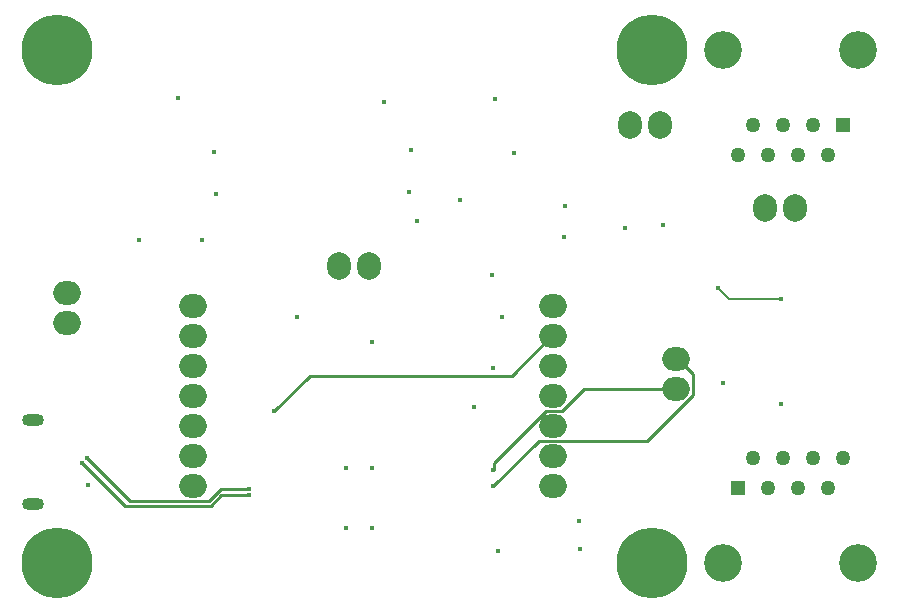
<source format=gbl>
G04*
G04 #@! TF.GenerationSoftware,Altium Limited,Altium Designer,24.1.2 (44)*
G04*
G04 Layer_Physical_Order=4*
G04 Layer_Color=16711680*
%FSLAX44Y44*%
%MOMM*%
G71*
G04*
G04 #@! TF.SameCoordinates,CB13D785-5938-4027-9B75-91E117B44D59*
G04*
G04*
G04 #@! TF.FilePolarity,Positive*
G04*
G01*
G75*
%ADD14C,0.2540*%
%ADD48C,0.1482*%
%ADD49O,1.8500X1.0500*%
%ADD50C,6.0000*%
%ADD51O,2.3500X2.0000*%
%ADD52R,1.2680X1.2680*%
%ADD53C,1.2680*%
%ADD54C,3.2000*%
%ADD55O,2.0000X2.3500*%
%ADD56C,0.4500*%
D14*
X176143Y99805D02*
X199390D01*
X165398Y89060D02*
X176143Y99805D01*
X98900Y89060D02*
X165398D01*
X62230Y125730D02*
X98900Y89060D01*
X175761Y94035D02*
X199390D01*
X166976Y85250D02*
X175761Y94035D01*
X94550Y85250D02*
X166976D01*
X58150Y121650D02*
X94550Y85250D01*
X406775Y121459D02*
X450576Y165260D01*
X464145D02*
X483035Y184150D01*
X450576Y165260D02*
X464145D01*
X406775Y115945D02*
Y121459D01*
X483035Y184150D02*
X561340D01*
X406400Y115570D02*
X406775Y115945D01*
X406400Y101600D02*
X444660Y139860D01*
X536534D01*
X575630Y178956D01*
Y197010D01*
X563090Y209550D02*
X575630Y197010D01*
X561340Y209550D02*
X563090D01*
X251247Y195367D02*
X422217D01*
X455450Y228600D01*
X220980Y165100D02*
X251247Y195367D01*
X455450Y228600D02*
X457200D01*
D48*
X605790Y260350D02*
X650240D01*
X596900Y269240D02*
X605790Y260350D01*
D49*
X16510Y86360D02*
D03*
Y157860D02*
D03*
D50*
X36830Y36830D02*
D03*
X541020Y471170D02*
D03*
Y36830D02*
D03*
X36830Y471170D02*
D03*
D51*
X561340Y184150D02*
D03*
Y209550D02*
D03*
X457200Y254000D02*
D03*
Y228600D02*
D03*
Y203200D02*
D03*
Y177800D02*
D03*
Y152400D02*
D03*
Y127000D02*
D03*
Y101600D02*
D03*
X45720Y265430D02*
D03*
Y240030D02*
D03*
X152400Y254000D02*
D03*
Y228600D02*
D03*
Y203200D02*
D03*
Y177800D02*
D03*
Y152400D02*
D03*
Y127000D02*
D03*
Y101600D02*
D03*
D52*
X702700Y407400D02*
D03*
X613800Y100000D02*
D03*
D53*
X690000Y382000D02*
D03*
X677300Y407400D02*
D03*
X664600Y382000D02*
D03*
X651900Y407400D02*
D03*
X639200Y382000D02*
D03*
X626500Y407400D02*
D03*
X613800Y382000D02*
D03*
X702700Y125400D02*
D03*
X626500D02*
D03*
X639200Y100000D02*
D03*
X651900Y125400D02*
D03*
X664600Y100000D02*
D03*
X677300Y125400D02*
D03*
X690000Y100000D02*
D03*
D54*
X715400Y470900D02*
D03*
X601100D02*
D03*
Y36500D02*
D03*
X715400D02*
D03*
D55*
X275590Y288290D02*
D03*
X300990D02*
D03*
X662000Y337000D02*
D03*
X636600D02*
D03*
X521970Y407670D02*
D03*
X547370D02*
D03*
D56*
X63500Y102870D02*
D03*
X199390Y99805D02*
D03*
Y94035D02*
D03*
X58150Y121650D02*
D03*
X62230Y125730D02*
D03*
X303530Y116840D02*
D03*
X281940D02*
D03*
Y66040D02*
D03*
X406400Y115570D02*
D03*
Y101600D02*
D03*
X220980Y165100D02*
D03*
X596900Y269240D02*
D03*
X650240Y260350D02*
D03*
X549910Y322580D02*
D03*
X424180Y383540D02*
D03*
X303530Y66040D02*
D03*
X518160Y320040D02*
D03*
X389890Y168910D02*
D03*
X406400Y201930D02*
D03*
X303530Y223520D02*
D03*
X410210Y46990D02*
D03*
X478790Y72390D02*
D03*
X467360Y339090D02*
D03*
X405130Y280670D02*
D03*
X341630Y326390D02*
D03*
X313690Y426720D02*
D03*
X106680Y309880D02*
D03*
X160020D02*
D03*
X139700Y430530D02*
D03*
X650240Y171450D02*
D03*
X600710Y189230D02*
D03*
X407670Y429260D02*
D03*
X336550Y386080D02*
D03*
X170180Y384810D02*
D03*
X466090Y312420D02*
D03*
X378460Y344170D02*
D03*
X335280Y350520D02*
D03*
X414020Y245110D02*
D03*
X240030D02*
D03*
X480060Y48260D02*
D03*
X171450Y349250D02*
D03*
M02*

</source>
